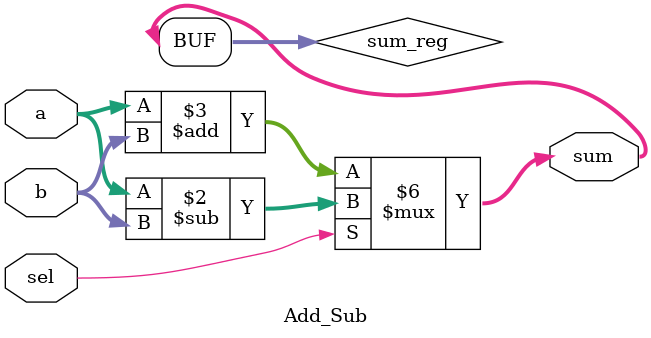
<source format=v>
module Add_Sub
#(
    parameter WORD_LENGTH = 5
) 
(
	 input sel,
    input [WORD_LENGTH - 1 : 0]a,
    input [WORD_LENGTH - 1 : 0]b,
	 
    output [WORD_LENGTH - 1 : 0]sum    
);

reg [WORD_LENGTH-1 : 0]sum_reg = 0;

always @(*) 
begin
    if (sel)
		sum_reg = a - b;
	 else
		sum_reg = a + b;
end

assign sum = sum_reg;

endmodule

</source>
